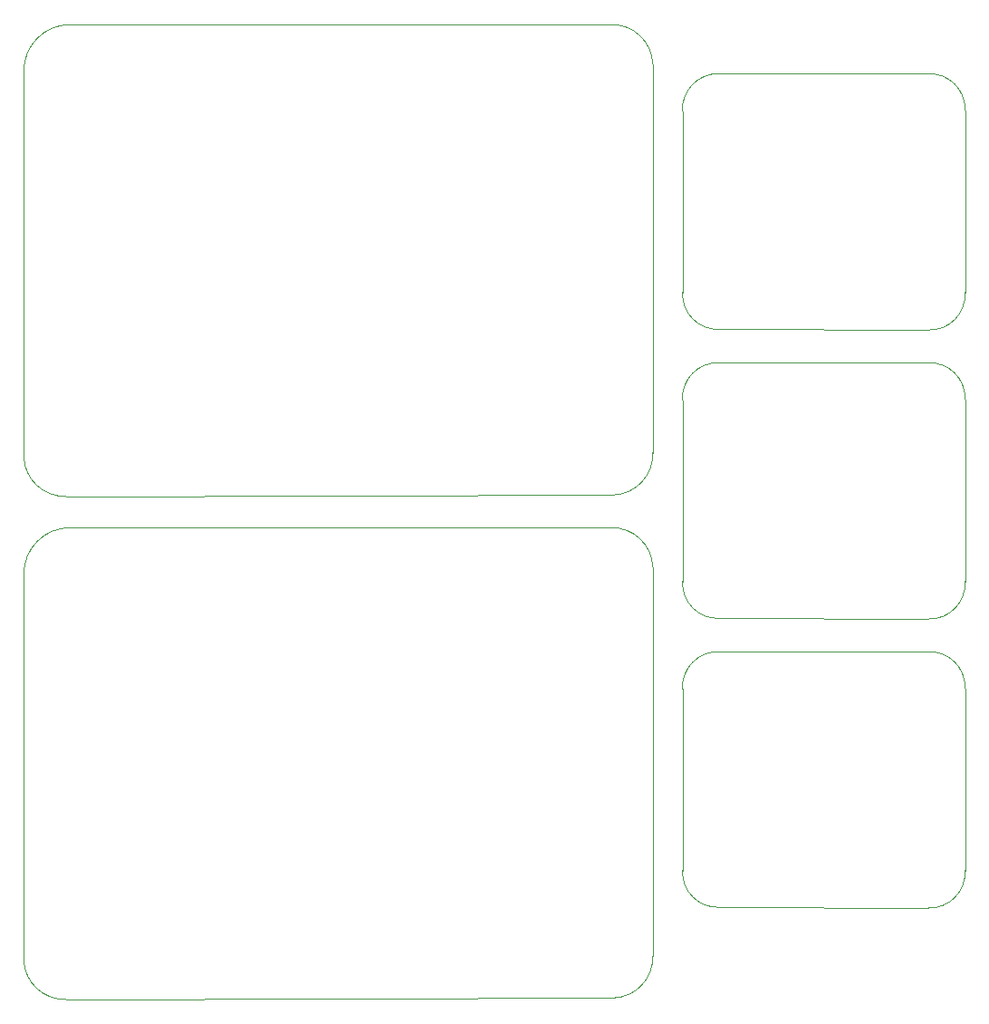
<source format=gm1>
%MOIN*%
%OFA0B0*%
%FSLAX46Y46*%
%IPPOS*%
%LPD*%
%ADD10C,0.0019685039370078744*%
%ADD21C,0.0019685039370078744*%
%ADD22C,0.0019685039370078744*%
%ADD23C,0.0019685039370078744*%
%ADD24C,0.0019685039370078744*%
G01*
D10*
X0002391614Y0003715984D02*
G75*
G03*
X0002236614Y0003860984I-0000150000J-0000005000D01*
G01*
X0000076614Y0002270984D02*
X0000076614Y0003690984D01*
X0000246614Y0003860984D02*
X0002236614Y0003860984D01*
X0000231614Y0002125984D02*
X0002246614Y0002130984D01*
X0002391614Y0002285984D02*
X0002391614Y0003715984D01*
X0000076614Y0002270984D02*
G75*
G03*
X0000231614Y0002125984I0000149999J0000004999D01*
G01*
X0000246614Y0003860984D02*
G75*
G03*
X0000076614Y0003690984J-0000169999D01*
G01*
X0002246614Y0002130984D02*
G75*
G03*
X0002391614Y0002285984I-0000004999J0000149999D01*
G01*
G04 next file*
G04 #@! TF.GenerationSoftware,KiCad,Pcbnew,(6.0.5)*
G04 #@! TF.CreationDate,2022-08-01T18:55:39+01:00*
G04 #@! TF.ProjectId,LED-RPi-PCB,4c45442d-5250-4692-9d50-43422e6b6963,rev?*
G04 #@! TF.SameCoordinates,Original*
G04 #@! TF.FileFunction,Profile,NP*
G04 Gerber Fmt 4.6, Leading zero omitted, Abs format (unit mm)*
G04 Created by KiCad (PCBNEW (6.0.5)) date 2022-08-01 18:55:39*
G01*
G04 APERTURE LIST*
G04 #@! TA.AperFunction,Profile*
G04 #@! TD*
G04 APERTURE END LIST*
D21*
X0002391614Y0001865590D02*
G75*
G03*
X0002236614Y0002010590I-0000150000J-0000005000D01*
G01*
X0000076614Y0000420590D02*
X0000076614Y0001840590D01*
X0000246614Y0002010590D02*
X0002236614Y0002010590D01*
X0000231614Y0000275590D02*
X0002246614Y0000280590D01*
X0002391614Y0000435590D02*
X0002391614Y0001865590D01*
X0000076614Y0000420590D02*
G75*
G03*
X0000231614Y0000275590I0000149999J0000004999D01*
G01*
X0000246614Y0002010590D02*
G75*
G03*
X0000076614Y0001840590J-0000169999D01*
G01*
X0002246614Y0000280590D02*
G75*
G03*
X0002391614Y0000435590I-0000004999J0000149999D01*
G01*
G04 next file*
G04 #@! TF.GenerationSoftware,KiCad,Pcbnew,(6.0.5)*
G04 #@! TF.CreationDate,2022-08-01T19:03:23+01:00*
G04 #@! TF.ProjectId,PWM-TRANSISTOR-PCB,50574d2d-5452-4414-9e53-4953544f522d,rev?*
G04 #@! TF.SameCoordinates,Original*
G04 #@! TF.FileFunction,Profile,NP*
G04 Gerber Fmt 4.6, Leading zero omitted, Abs format (unit mm)*
G04 Created by KiCad (PCBNEW (6.0.5)) date 2022-08-01 19:03:23*
G01*
G04 APERTURE LIST*
G04 #@! TA.AperFunction,Profile*
G04 #@! TD*
G04 APERTURE END LIST*
D22*
X0003403326Y0003680255D02*
X0002635826Y0003680255D01*
X0003540826Y0003545255D02*
G75*
G03*
X0003403333Y0003680136I-0000130000J0000004999D01*
G01*
X0002500825Y0002875136D02*
G75*
G03*
X0002638319Y0002740255I0000130001J-0000004998D01*
G01*
X0002638326Y0002740255D02*
X0003405826Y0002737755D01*
X0003405826Y0002737755D02*
G75*
G03*
X0003540706Y0002875249I0000004999J0000130000D01*
G01*
X0002500946Y0003542762D02*
X0002500826Y0002875255D01*
X0003540706Y0002875249D02*
X0003540826Y0003545255D01*
X0002635826Y0003680255D02*
G75*
G03*
X0002500946Y0003542762I-0000004999J-0000130000D01*
G01*
G04 next file*
G04 #@! TF.GenerationSoftware,KiCad,Pcbnew,(6.0.5)*
G04 #@! TF.CreationDate,2022-08-01T19:03:23+01:00*
G04 #@! TF.ProjectId,PWM-TRANSISTOR-PCB,50574d2d-5452-4414-9e53-4953544f522d,rev?*
G04 #@! TF.SameCoordinates,Original*
G04 #@! TF.FileFunction,Profile,NP*
G04 Gerber Fmt 4.6, Leading zero omitted, Abs format (unit mm)*
G04 Created by KiCad (PCBNEW (6.0.5)) date 2022-08-01 19:03:23*
G01*
G04 APERTURE LIST*
G04 #@! TA.AperFunction,Profile*
G04 #@! TD*
G04 APERTURE END LIST*
D23*
X0003403326Y0002617263D02*
X0002635826Y0002617263D01*
X0003540826Y0002482263D02*
G75*
G03*
X0003403333Y0002617143I-0000130000J0000004999D01*
G01*
X0002500825Y0001812143D02*
G75*
G03*
X0002638319Y0001677263I0000130001J-0000004998D01*
G01*
X0002638326Y0001677263D02*
X0003405826Y0001674763D01*
X0003405826Y0001674763D02*
G75*
G03*
X0003540706Y0001812256I0000004999J0000130000D01*
G01*
X0002500946Y0002479770D02*
X0002500826Y0001812263D01*
X0003540706Y0001812256D02*
X0003540826Y0002482263D01*
X0002635826Y0002617263D02*
G75*
G03*
X0002500946Y0002479770I-0000004999J-0000130000D01*
G01*
G04 next file*
G04 #@! TF.GenerationSoftware,KiCad,Pcbnew,(6.0.5)*
G04 #@! TF.CreationDate,2022-08-01T19:03:23+01:00*
G04 #@! TF.ProjectId,PWM-TRANSISTOR-PCB,50574d2d-5452-4414-9e53-4953544f522d,rev?*
G04 #@! TF.SameCoordinates,Original*
G04 #@! TF.FileFunction,Profile,NP*
G04 Gerber Fmt 4.6, Leading zero omitted, Abs format (unit mm)*
G04 Created by KiCad (PCBNEW (6.0.5)) date 2022-08-01 19:03:23*
G01*
G04 APERTURE LIST*
G04 #@! TA.AperFunction,Profile*
G04 #@! TD*
G04 APERTURE END LIST*
D24*
X0003403326Y0001554271D02*
X0002635826Y0001554271D01*
X0003540826Y0001419271D02*
G75*
G03*
X0003403333Y0001554151I-0000130000J0000004999D01*
G01*
X0002500825Y0000749151D02*
G75*
G03*
X0002638319Y0000614271I0000130001J-0000004998D01*
G01*
X0002638326Y0000614271D02*
X0003405826Y0000611771D01*
X0003405826Y0000611771D02*
G75*
G03*
X0003540706Y0000749264I0000004999J0000130000D01*
G01*
X0002500946Y0001416778D02*
X0002500826Y0000749271D01*
X0003540706Y0000749264D02*
X0003540826Y0001419271D01*
X0002635826Y0001554271D02*
G75*
G03*
X0002500946Y0001416778I-0000004999J-0000130000D01*
G01*
M02*
</source>
